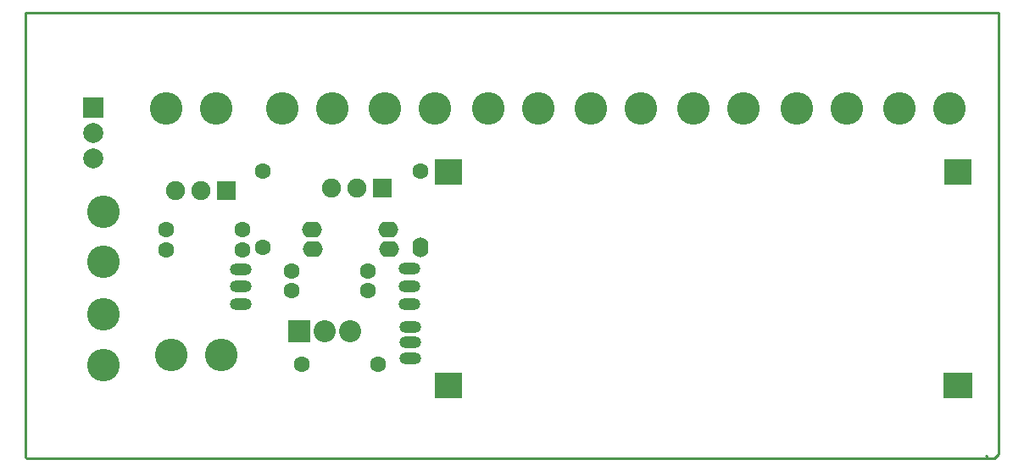
<source format=gts>
%FSTAX23Y23*%
%MOIN*%
%SFA1B1*%

%IPPOS*%
%ADD12C,0.010000*%
%ADD18R,0.108000X0.100000*%
%ADD19R,0.114000X0.100000*%
%ADD20C,0.128000*%
%ADD21C,0.063118*%
%ADD22C,0.086740*%
%ADD23R,0.086740X0.086740*%
%ADD24O,0.086740X0.047370*%
%ADD25O,0.086740X0.047370*%
%ADD26C,0.078866*%
%ADD27R,0.078866X0.078866*%
%ADD28O,0.078866X0.063118*%
%ADD29O,0.063118X0.078866*%
%ADD30C,0.074929*%
%ADD31R,0.074929X0.074929*%
%LNpcb1-1*%
%LPD*%
G54D12*
X03766Y0285D02*
X0759D01*
X07591Y02849*
Y01111D02*
Y02849D01*
X07575Y01095D02*
X07591Y01111D01*
X03771Y01095D02*
X07575D01*
X03766Y011D02*
X03771Y01095D01*
X03766Y011D02*
Y0285D01*
X07541Y01106D02*
X07547Y011D01*
G54D18*
X07433Y02224D03*
X05427Y01383D03*
Y02224D03*
G54D19*
X07433Y01383D03*
G54D20*
X05376Y02472D03*
X05179D03*
X04971D03*
X04774D03*
X04515D03*
X04318D03*
X04071Y01661D03*
Y01464D03*
X04072Y0187D03*
Y02067D03*
X04535Y01502D03*
X04339D03*
X05989Y02472D03*
X06186D03*
X06393Y02471D03*
X0659D03*
X06798Y02472D03*
X06995D03*
X07203Y02473D03*
X074D03*
X05584Y02472D03*
X05781D03*
G54D21*
X04811Y01756D03*
X05111D03*
X04811Y01834D03*
X05111D03*
X05152Y01466D03*
X04852D03*
X05317Y02226D03*
X04317Y01997D03*
X04617D03*
X04699Y02227D03*
Y01927D03*
X04617Y01917D03*
X04317D03*
G54D22*
X05041Y01596D03*
X04941D03*
G54D23*
X04841Y01596D03*
G54D24*
X05279Y01614D03*
Y01488D03*
X05274Y01842D03*
Y01704D03*
X04613Y01838D03*
Y01704D03*
G54D25*
X05279Y01551D03*
X05274Y01773D03*
X04613Y01772D03*
G54D26*
X04032Y02377D03*
Y02277D03*
G54D27*
X04032Y02477D03*
G54D28*
X04893Y01997D03*
X05193D03*
X05194Y01918D03*
X04894D03*
G54D29*
X05317Y01926D03*
G54D30*
X04968Y0216D03*
X05068D03*
X04356Y0215D03*
X04456D03*
G54D31*
X05168Y0216D03*
X04556Y0215D03*
M02*
</source>
